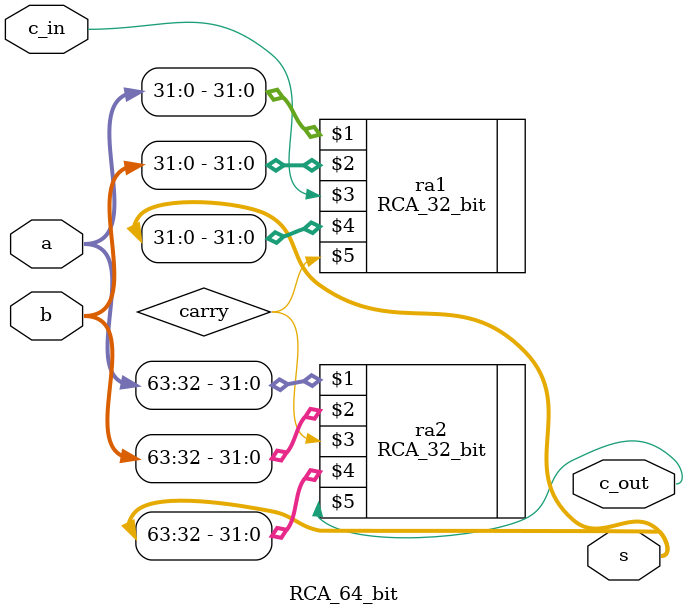
<source format=v>
`timescale 1ns / 1ps
/* 
# ---------------------------------------------------------

    # COMPUTER ORGANIZATION LABORATORY
    # AUTUMN SEMESTER 2022
    # Assignment 3
    # Problem 1
    # Group No. 60
    # Abhay Kumar Keshari 20CS10001
    # Hardik Soni 20CS30023
# ---------------------------------------------------------
*/

module RCA_64_bit(
    input [63:0] a,
    input [63:0] b,
    input c_in,
    output [63:0] s,
    output c_out
);

wire carry;

// Cascading 2 RCA_32_bit using carry wire

RCA_32_bit ra1(a[31:0], b[31:0], c_in, s[31:0], carry);
RCA_32_bit ra2(a[63:32], b[63:32], carry, s[63:32], c_out);

endmodule
</source>
